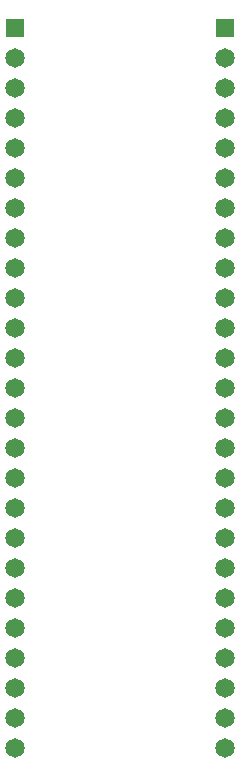
<source format=gbs>
G04 (created by PCBNEW (2013-03-31 BZR 4008)-stable) date 8/2/2013 1:38:20 PM*
%MOIN*%
G04 Gerber Fmt 3.4, Leading zero omitted, Abs format*
%FSLAX34Y34*%
G01*
G70*
G90*
G04 APERTURE LIST*
%ADD10C,0.006*%
%ADD11R,0.0649606X0.0649606*%
%ADD12C,0.0649606*%
G04 APERTURE END LIST*
G54D10*
G54D11*
X12000Y-9000D03*
G54D12*
X12000Y-10000D03*
X12000Y-11000D03*
X12000Y-12000D03*
X12000Y-13000D03*
X12000Y-14000D03*
X12000Y-15000D03*
X12000Y-16000D03*
X12000Y-17000D03*
X12000Y-18000D03*
X12000Y-19000D03*
X12000Y-20000D03*
X12000Y-21000D03*
X12000Y-22000D03*
X12000Y-23000D03*
X12000Y-24000D03*
X12000Y-25000D03*
X12000Y-26000D03*
X12000Y-27000D03*
X12000Y-28000D03*
X12000Y-29000D03*
X12000Y-30000D03*
X12000Y-31000D03*
X12000Y-32000D03*
X12000Y-33000D03*
G54D11*
X19000Y-9000D03*
G54D12*
X19000Y-10000D03*
X19000Y-11000D03*
X19000Y-12000D03*
X19000Y-13000D03*
X19000Y-14000D03*
X19000Y-15000D03*
X19000Y-16000D03*
X19000Y-17000D03*
X19000Y-18000D03*
X19000Y-19000D03*
X19000Y-20000D03*
X19000Y-21000D03*
X19000Y-22000D03*
X19000Y-23000D03*
X19000Y-24000D03*
X19000Y-25000D03*
X19000Y-26000D03*
X19000Y-27000D03*
X19000Y-28000D03*
X19000Y-29000D03*
X19000Y-30000D03*
X19000Y-31000D03*
X19000Y-32000D03*
X19000Y-33000D03*
M02*

</source>
